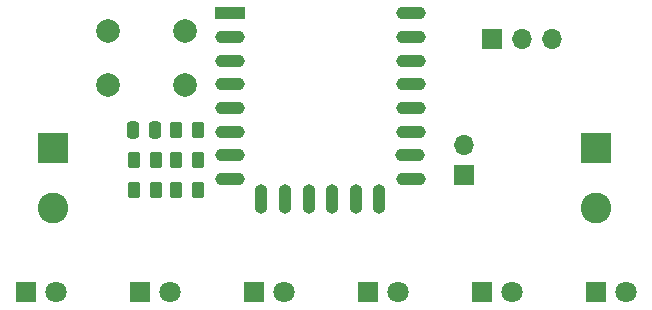
<source format=gbr>
%TF.GenerationSoftware,KiCad,Pcbnew,8.0.1*%
%TF.CreationDate,2024-06-21T13:32:41-03:00*%
%TF.ProjectId,bycicle-speedometer-v2,62796369-636c-4652-9d73-706565646f6d,rev?*%
%TF.SameCoordinates,Original*%
%TF.FileFunction,Soldermask,Top*%
%TF.FilePolarity,Negative*%
%FSLAX46Y46*%
G04 Gerber Fmt 4.6, Leading zero omitted, Abs format (unit mm)*
G04 Created by KiCad (PCBNEW 8.0.1) date 2024-06-21 13:32:41*
%MOMM*%
%LPD*%
G01*
G04 APERTURE LIST*
G04 Aperture macros list*
%AMRoundRect*
0 Rectangle with rounded corners*
0 $1 Rounding radius*
0 $2 $3 $4 $5 $6 $7 $8 $9 X,Y pos of 4 corners*
0 Add a 4 corners polygon primitive as box body*
4,1,4,$2,$3,$4,$5,$6,$7,$8,$9,$2,$3,0*
0 Add four circle primitives for the rounded corners*
1,1,$1+$1,$2,$3*
1,1,$1+$1,$4,$5*
1,1,$1+$1,$6,$7*
1,1,$1+$1,$8,$9*
0 Add four rect primitives between the rounded corners*
20,1,$1+$1,$2,$3,$4,$5,0*
20,1,$1+$1,$4,$5,$6,$7,0*
20,1,$1+$1,$6,$7,$8,$9,0*
20,1,$1+$1,$8,$9,$2,$3,0*%
G04 Aperture macros list end*
%ADD10R,1.800000X1.800000*%
%ADD11C,1.800000*%
%ADD12RoundRect,0.250000X0.262500X0.450000X-0.262500X0.450000X-0.262500X-0.450000X0.262500X-0.450000X0*%
%ADD13C,2.000000*%
%ADD14R,2.600000X2.600000*%
%ADD15C,2.600000*%
%ADD16R,1.700000X1.700000*%
%ADD17O,1.700000X1.700000*%
%ADD18R,2.500000X1.100000*%
%ADD19O,2.500000X1.100000*%
%ADD20O,1.100000X2.500000*%
%ADD21RoundRect,0.250000X-0.262500X-0.450000X0.262500X-0.450000X0.262500X0.450000X-0.262500X0.450000X0*%
%ADD22RoundRect,0.250000X-0.250000X-0.475000X0.250000X-0.475000X0.250000X0.475000X-0.250000X0.475000X0*%
G04 APERTURE END LIST*
D10*
%TO.C,D3*%
X179324000Y-92456000D03*
D11*
X181864000Y-92456000D03*
%TD*%
D12*
%TO.C,R7*%
X174545000Y-78740000D03*
X172720000Y-78740000D03*
%TD*%
D10*
%TO.C,D4*%
X188976000Y-92456000D03*
D11*
X191516000Y-92456000D03*
%TD*%
D13*
%TO.C,SW1*%
X173430000Y-74894000D03*
X166930000Y-74894000D03*
X173430000Y-70394000D03*
X166930000Y-70394000D03*
%TD*%
D14*
%TO.C,J1*%
X208280000Y-80264000D03*
D15*
X208280000Y-85344000D03*
%TD*%
D16*
%TO.C,J4*%
X199460000Y-71000000D03*
D17*
X202000000Y-71000000D03*
X204540000Y-71000000D03*
%TD*%
D18*
%TO.C,U1*%
X177238500Y-68872000D03*
D19*
X177238500Y-70872000D03*
X177238500Y-72872000D03*
X177238500Y-74872000D03*
X177238500Y-76872000D03*
X177238500Y-78872000D03*
X177238500Y-80872000D03*
X177238500Y-82872000D03*
X192638500Y-82872000D03*
X192538500Y-80872000D03*
X192638500Y-78872000D03*
X192638500Y-76872000D03*
X192638500Y-74872000D03*
X192638500Y-72872000D03*
X192638500Y-70872000D03*
X192638500Y-68872000D03*
D20*
X179928500Y-84572000D03*
X181928500Y-84572000D03*
X183928500Y-84572000D03*
X185928500Y-84572000D03*
X187928500Y-84572000D03*
X189928500Y-84572000D03*
%TD*%
D10*
%TO.C,D6*%
X208280000Y-92456000D03*
D11*
X210820000Y-92456000D03*
%TD*%
D12*
%TO.C,R9*%
X174545000Y-83820000D03*
X172720000Y-83820000D03*
%TD*%
%TO.C,R8*%
X174545000Y-81280000D03*
X172720000Y-81280000D03*
%TD*%
D21*
%TO.C,R4*%
X169164000Y-81280000D03*
X170989000Y-81280000D03*
%TD*%
D12*
%TO.C,R6*%
X170989000Y-83820000D03*
X169164000Y-83820000D03*
%TD*%
D16*
%TO.C,J2*%
X197104000Y-82555000D03*
D17*
X197104000Y-80015000D03*
%TD*%
D10*
%TO.C,D2*%
X169672000Y-92456000D03*
D11*
X172212000Y-92456000D03*
%TD*%
D10*
%TO.C,D5*%
X198628000Y-92456000D03*
D11*
X201168000Y-92456000D03*
%TD*%
D14*
%TO.C,J3*%
X162255000Y-80259000D03*
D15*
X162255000Y-85339000D03*
%TD*%
D22*
%TO.C,C2*%
X169060500Y-78740000D03*
X170960500Y-78740000D03*
%TD*%
D10*
%TO.C,D1*%
X160020000Y-92456000D03*
D11*
X162560000Y-92456000D03*
%TD*%
M02*

</source>
